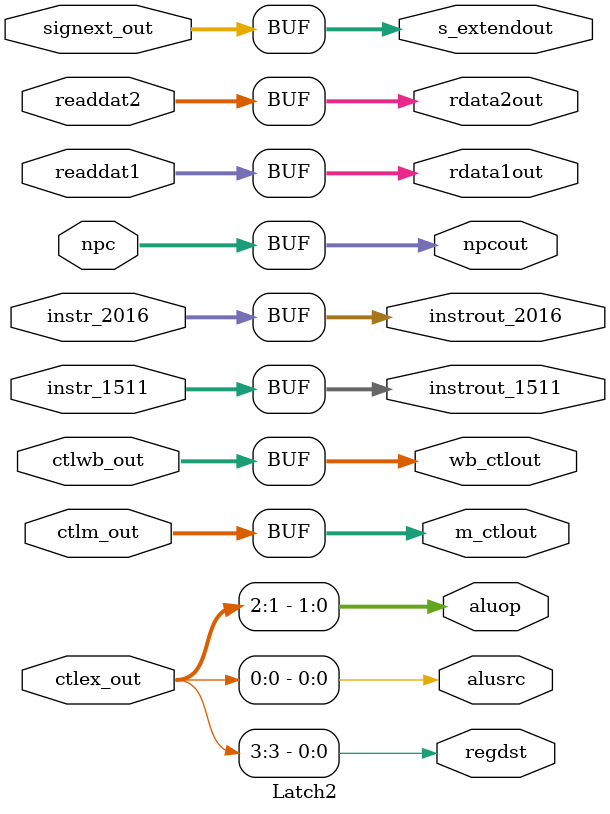
<source format=v>
`timescale 1ns / 1ps

module Latch2 (
	input	wire [1:0]	    ctlwb_out,
	input	wire [2:0]	    ctlm_out,
	input	wire [3:0]	    ctlex_out,
	input	wire [31:0]	    npc, readdat1, readdat2, signext_out,
	input	wire [4:0]	    instr_2016, instr_1511,
	output	reg	 [1:0]		wb_ctlout,
	output	reg	 [2:0]		m_ctlout,
	output	reg				regdst, alusrc,
	output	reg	[1:0]		aluop, 
	output	reg [31:0]	    npcout, rdata1out, rdata2out, s_extendout,
	output	reg	[4:0]		instrout_2016, instrout_1511
 );
		
initial 
begin
      //Assign 0's to everything
  		wb_ctlout <= 0;
	  	m_ctlout <= 0;
	  	regdst <= 0;
	  	aluop <= 0;
	  	alusrc <= 0;
	  	npcout <= 0;
	  	rdata1out <= 0;
	  	rdata2out <= 0;
	  	s_extendout <= 0;
		instrout_2016 <= 0; 
		instrout_1511 <= 0;
end

always @ * 
begin
     //Wire the inputs, to the outputs corresponding outputs
 		 #1
	 	 wb_ctlout <= ctlwb_out;
		 m_ctlout <= ctlm_out;
		 regdst <= ctlex_out[3];
		 aluop <= ctlex_out[2:1];
		 alusrc <= ctlex_out[0];
		 npcout <= npc;
		 rdata1out <= readdat1;
		 rdata2out <= readdat2;
		 s_extendout <= signext_out;
		 instrout_2016 <= instr_2016;
		 instrout_1511 <= instr_1511;
end
endmodule

</source>
